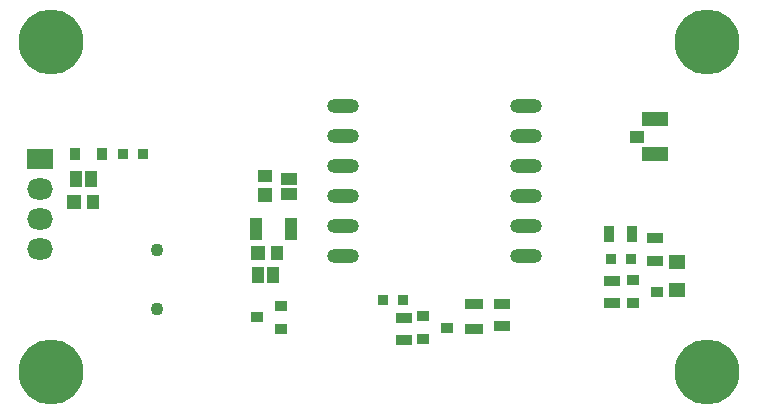
<source format=gts>
G04*
G04 #@! TF.GenerationSoftware,Altium Limited,Altium Designer,22.2.1 (43)*
G04*
G04 Layer_Color=8388736*
%FSLAX25Y25*%
%MOIN*%
G70*
G04*
G04 #@! TF.SameCoordinates,CC40E7E9-BCCC-4790-90AD-1DA988BBAEE9*
G04*
G04*
G04 #@! TF.FilePolarity,Negative*
G04*
G01*
G75*
%ADD30R,0.04134X0.05709*%
%ADD31R,0.03740X0.03740*%
%ADD32R,0.03543X0.04331*%
%ADD33R,0.04540X0.04737*%
%ADD34R,0.04331X0.04528*%
%ADD35R,0.04528X0.04331*%
%ADD36R,0.09055X0.04528*%
%ADD37R,0.03937X0.03543*%
%ADD38R,0.04410X0.07402*%
%ADD39R,0.05512X0.03543*%
%ADD40R,0.05709X0.04921*%
%ADD41R,0.03543X0.05512*%
%ADD42R,0.06487X0.03787*%
%ADD43R,0.05709X0.04134*%
%ADD44R,0.04737X0.04540*%
%ADD45R,0.04528X0.04331*%
%ADD46O,0.10630X0.04724*%
%ADD47R,0.08661X0.07087*%
%ADD48O,0.08661X0.07087*%
%ADD49C,0.04331*%
%ADD50C,0.21654*%
D30*
X226181Y300787D02*
D03*
X221063D02*
D03*
X286811Y268898D02*
D03*
X281693D02*
D03*
D31*
X236614Y309055D02*
D03*
X243307D02*
D03*
X406201Y274213D02*
D03*
X399508D02*
D03*
X330118Y260630D02*
D03*
X323425D02*
D03*
D32*
X229724Y309055D02*
D03*
X220669D02*
D03*
D33*
X220472Y293307D02*
D03*
X281791Y276279D02*
D03*
D34*
X226772Y293307D02*
D03*
X288090Y276279D02*
D03*
D35*
X408169Y314961D02*
D03*
D36*
X414173Y320768D02*
D03*
Y309154D02*
D03*
D37*
X289419Y250984D02*
D03*
Y258465D02*
D03*
X281447Y254724D02*
D03*
X414715Y263287D02*
D03*
X406742Y259547D02*
D03*
Y267028D02*
D03*
X344833Y251279D02*
D03*
X336860Y247539D02*
D03*
Y255020D02*
D03*
D38*
X281181Y284252D02*
D03*
X292835D02*
D03*
D39*
X399606Y259449D02*
D03*
Y266929D02*
D03*
X413976Y281004D02*
D03*
Y273524D02*
D03*
X330315Y247047D02*
D03*
Y254528D02*
D03*
X363090Y251673D02*
D03*
Y259154D02*
D03*
D40*
X421358Y273031D02*
D03*
Y263976D02*
D03*
D41*
X398819Y282382D02*
D03*
X406299D02*
D03*
D42*
X353839Y259220D02*
D03*
Y250820D02*
D03*
D43*
X292126Y300984D02*
D03*
Y295866D02*
D03*
D44*
X284055Y295374D02*
D03*
D45*
Y301673D02*
D03*
D46*
X310000Y275000D02*
D03*
X371024Y295000D02*
D03*
Y275000D02*
D03*
Y285000D02*
D03*
Y305000D02*
D03*
Y315000D02*
D03*
Y325000D02*
D03*
X310000Y285000D02*
D03*
Y295000D02*
D03*
Y305000D02*
D03*
Y315000D02*
D03*
Y325000D02*
D03*
D47*
X209055Y307402D02*
D03*
D48*
Y297402D02*
D03*
Y287402D02*
D03*
Y277402D02*
D03*
D49*
X248031Y277165D02*
D03*
Y257480D02*
D03*
D50*
X212598Y236614D02*
D03*
Y346457D02*
D03*
X431496Y236614D02*
D03*
X431496Y346457D02*
D03*
M02*

</source>
